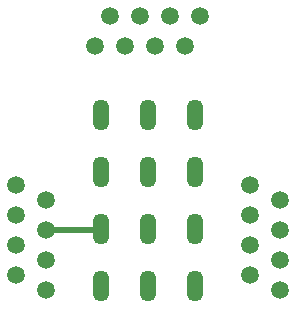
<source format=gbl>
%FSLAX33Y33*%
%MOMM*%
%AMRR-H2630000-W1359999-R680000-RO0.000*
21,1,1.359999,1.270001,0.,0.,360*
1,1,1.359999,0.,0.6350005*
1,1,1.359999,0.,0.6350005*
1,1,1.359999,0.,-0.6350005*
1,1,1.359999,-0.,-0.6350005*%
%ADD10C,0.508*%
%ADD11C,1.49*%
%ADD12C,1.49*%
%ADD13RR-H2630000-W1359999-R680000-RO0.000*%
%ADD14C,1.49*%
D10*
%LNbottom copper_traces*%
G01*
X11360Y8909D02*
X15964Y8909D01*
%LNbottom copper component 528083829f38ff3a*%
D11*
X11360Y11449D03*
X11360Y8909D03*
X11360Y6369D03*
X11360Y3829D03*
X8820Y5099D03*
X8820Y7639D03*
X8820Y10179D03*
X8820Y12719D03*
%LNbottom copper component e80d9c547b7992d0*%
D12*
X28640Y5099D03*
X28640Y7639D03*
X28640Y10179D03*
X28640Y12719D03*
X31180Y11449D03*
X31180Y8909D03*
X31180Y6369D03*
X31180Y3829D03*
%LNbottom copper component 022b9f9361636321*%
D13*
X16040Y4155D03*
X20000Y4155D03*
X23960Y4155D03*
X16040Y8985D03*
X20000Y8985D03*
X23960Y8985D03*
X16040Y13815D03*
X20000Y13815D03*
X23960Y13815D03*
X16040Y18645D03*
X20000Y18645D03*
X23960Y18645D03*
%LNbottom copper component 54b5fff6b965416f*%
D14*
X23169Y24460D03*
X20629Y24460D03*
X18089Y24460D03*
X15549Y24460D03*
X16819Y27000D03*
X19359Y27000D03*
X21899Y27000D03*
X24439Y27000D03*
M02*
</source>
